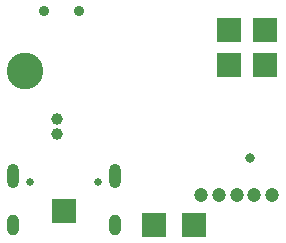
<source format=gbs>
G04 #@! TF.GenerationSoftware,KiCad,Pcbnew,8.0.2*
G04 #@! TF.CreationDate,2024-07-25T03:40:43-07:00*
G04 #@! TF.ProjectId,uSlime,75536c69-6d65-42e6-9b69-6361645f7063,rev?*
G04 #@! TF.SameCoordinates,Original*
G04 #@! TF.FileFunction,Soldermask,Bot*
G04 #@! TF.FilePolarity,Negative*
%FSLAX46Y46*%
G04 Gerber Fmt 4.6, Leading zero omitted, Abs format (unit mm)*
G04 Created by KiCad (PCBNEW 8.0.2) date 2024-07-25 03:40:43*
%MOMM*%
%LPD*%
G01*
G04 APERTURE LIST*
%ADD10C,1.200000*%
%ADD11C,0.650000*%
%ADD12O,1.000000X2.100000*%
%ADD13O,1.000000X1.800000*%
%ADD14C,3.100000*%
%ADD15C,0.900000*%
%ADD16C,0.800000*%
%ADD17C,1.000000*%
%ADD18R,2.000000X2.000000*%
G04 APERTURE END LIST*
D10*
X117795000Y-106800000D03*
X119295000Y-106800000D03*
X120795000Y-106800000D03*
X122295000Y-106800000D03*
X123795000Y-106800000D03*
D11*
X103260000Y-105645000D03*
X109040000Y-105645000D03*
D12*
X101830000Y-105145000D03*
D13*
X101830000Y-109325000D03*
D12*
X110470000Y-105145000D03*
D13*
X110470000Y-109325000D03*
D14*
X102900000Y-96300000D03*
D15*
X107475000Y-91225000D03*
X104475000Y-91225000D03*
D16*
X121900000Y-103650000D03*
D17*
X105619000Y-100375000D03*
X105619000Y-101625000D03*
D18*
X113800000Y-109350000D03*
X117200000Y-109350000D03*
X120100000Y-95800000D03*
X123150000Y-92800000D03*
X106150000Y-108100000D03*
X123150000Y-95800000D03*
X120100000Y-92800000D03*
M02*

</source>
